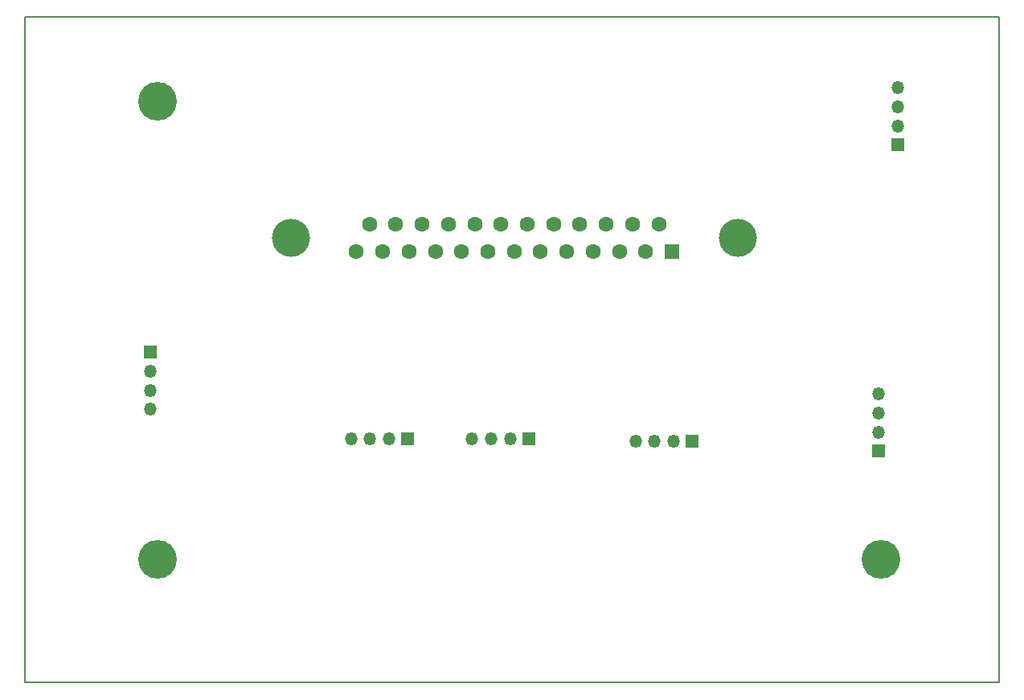
<source format=gbr>
G04 #@! TF.GenerationSoftware,KiCad,Pcbnew,5.0.1-33cea8e~68~ubuntu16.04.1*
G04 #@! TF.CreationDate,2018-11-08T21:42:09-02:00*
G04 #@! TF.ProjectId,Placa do elevador 2 - macho,506C61636120646F20656C657661646F,rev?*
G04 #@! TF.SameCoordinates,Original*
G04 #@! TF.FileFunction,Copper,L1,Top,Signal*
G04 #@! TF.FilePolarity,Positive*
%FSLAX46Y46*%
G04 Gerber Fmt 4.6, Leading zero omitted, Abs format (unit mm)*
G04 Created by KiCad (PCBNEW 5.0.1-33cea8e~68~ubuntu16.04.1) date Qui 08 Nov 2018 21:42:09 -02*
%MOMM*%
%LPD*%
G01*
G04 APERTURE LIST*
G04 #@! TA.AperFunction,NonConductor*
%ADD10C,0.150000*%
G04 #@! TD*
G04 #@! TA.AperFunction,ComponentPad*
%ADD11C,4.064000*%
G04 #@! TD*
G04 #@! TA.AperFunction,ComponentPad*
%ADD12C,4.000000*%
G04 #@! TD*
G04 #@! TA.AperFunction,ComponentPad*
%ADD13C,1.600000*%
G04 #@! TD*
G04 #@! TA.AperFunction,ComponentPad*
%ADD14R,1.600000X1.600000*%
G04 #@! TD*
G04 #@! TA.AperFunction,ComponentPad*
%ADD15O,1.350000X1.350000*%
G04 #@! TD*
G04 #@! TA.AperFunction,ComponentPad*
%ADD16R,1.350000X1.350000*%
G04 #@! TD*
G04 APERTURE END LIST*
D10*
X100330000Y-106934000D02*
X202946000Y-106934000D01*
X100330000Y-36830000D02*
X100330000Y-106934000D01*
X202946000Y-94742000D02*
X202946000Y-106934000D01*
X202946000Y-36830000D02*
X202946000Y-94742000D01*
X100330000Y-36830000D02*
X202946000Y-36830000D01*
D11*
G04 #@! TO.P,REF\002A\002A,1*
G04 #@! TO.N,N/C*
X114300000Y-45720000D03*
G04 #@! TD*
G04 #@! TO.P,REF\002A\002A,1*
G04 #@! TO.N,N/C*
X114300000Y-93980000D03*
G04 #@! TD*
D12*
G04 #@! TO.P,J1,0*
G04 #@! TO.N,N/C*
X128293001Y-60068339D03*
X175393001Y-60068339D03*
D13*
G04 #@! TO.P,J1,25*
G04 #@! TO.N,GND*
X136608001Y-58648339D03*
G04 #@! TO.P,J1,24*
G04 #@! TO.N,Net-(J1-Pad24)*
X139378001Y-58648339D03*
G04 #@! TO.P,J1,23*
G04 #@! TO.N,+12V*
X142148001Y-58648339D03*
G04 #@! TO.P,J1,22*
G04 #@! TO.N,+5VA*
X144918001Y-58648339D03*
G04 #@! TO.P,J1,21*
G04 #@! TO.N,+5V*
X147688001Y-58648339D03*
G04 #@! TO.P,J1,20*
G04 #@! TO.N,M2*
X150458001Y-58648339D03*
G04 #@! TO.P,J1,19*
G04 #@! TO.N,Sensor*
X153228001Y-58648339D03*
G04 #@! TO.P,J1,18*
G04 #@! TO.N,LC*
X155998001Y-58648339D03*
G04 #@! TO.P,J1,17*
G04 #@! TO.N,Net-(J1-Pad17)*
X158768001Y-58648339D03*
G04 #@! TO.P,J1,16*
G04 #@! TO.N,B5*
X161538001Y-58648339D03*
G04 #@! TO.P,J1,15*
G04 #@! TO.N,B3*
X164308001Y-58648339D03*
G04 #@! TO.P,J1,14*
G04 #@! TO.N,B6*
X167078001Y-58648339D03*
G04 #@! TO.P,J1,13*
G04 #@! TO.N,L1*
X135223001Y-61488339D03*
G04 #@! TO.P,J1,12*
G04 #@! TO.N,L3*
X137993001Y-61488339D03*
G04 #@! TO.P,J1,11*
G04 #@! TO.N,L5*
X140763001Y-61488339D03*
G04 #@! TO.P,J1,10*
G04 #@! TO.N,L2*
X143533001Y-61488339D03*
G04 #@! TO.P,J1,9*
G04 #@! TO.N,M1*
X146303001Y-61488339D03*
G04 #@! TO.P,J1,8*
G04 #@! TO.N,L6*
X149073001Y-61488339D03*
G04 #@! TO.P,J1,7*
G04 #@! TO.N,L4*
X151843001Y-61488339D03*
G04 #@! TO.P,J1,6*
G04 #@! TO.N,Net-(J1-Pad6)*
X154613001Y-61488339D03*
G04 #@! TO.P,J1,5*
G04 #@! TO.N,Net-(J1-Pad5)*
X157383001Y-61488339D03*
G04 #@! TO.P,J1,4*
G04 #@! TO.N,B1*
X160153001Y-61488339D03*
G04 #@! TO.P,J1,3*
G04 #@! TO.N,B4*
X162923001Y-61488339D03*
G04 #@! TO.P,J1,2*
G04 #@! TO.N,B2*
X165693001Y-61488339D03*
D14*
G04 #@! TO.P,J1,1*
G04 #@! TO.N,Net-(J1-Pad1)*
X168463001Y-61488339D03*
G04 #@! TD*
D15*
G04 #@! TO.P,J2,4*
G04 #@! TO.N,GND*
X113538000Y-78136000D03*
G04 #@! TO.P,J2,3*
G04 #@! TO.N,+12V*
X113538000Y-76136000D03*
G04 #@! TO.P,J2,2*
G04 #@! TO.N,+5VA*
X113538000Y-74136000D03*
D16*
G04 #@! TO.P,J2,1*
G04 #@! TO.N,+5V*
X113538000Y-72136000D03*
G04 #@! TD*
G04 #@! TO.P,J3,1*
G04 #@! TO.N,B6*
X190246000Y-82550000D03*
D15*
G04 #@! TO.P,J3,2*
G04 #@! TO.N,B3*
X190246000Y-80550000D03*
G04 #@! TO.P,J3,3*
G04 #@! TO.N,B5*
X190246000Y-78550000D03*
G04 #@! TO.P,J3,4*
G04 #@! TO.N,Net-(J3-Pad4)*
X190246000Y-76550000D03*
G04 #@! TD*
G04 #@! TO.P,J4,4*
G04 #@! TO.N,Net-(J4-Pad4)*
X164624000Y-81534000D03*
G04 #@! TO.P,J4,3*
G04 #@! TO.N,B1*
X166624000Y-81534000D03*
G04 #@! TO.P,J4,2*
G04 #@! TO.N,B4*
X168624000Y-81534000D03*
D16*
G04 #@! TO.P,J4,1*
G04 #@! TO.N,B2*
X170624000Y-81534000D03*
G04 #@! TD*
G04 #@! TO.P,J5,1*
G04 #@! TO.N,LC*
X192278000Y-50292000D03*
D15*
G04 #@! TO.P,J5,2*
G04 #@! TO.N,Sensor*
X192278000Y-48292000D03*
G04 #@! TO.P,J5,3*
G04 #@! TO.N,M2*
X192278000Y-46292000D03*
G04 #@! TO.P,J5,4*
G04 #@! TO.N,Net-(J5-Pad4)*
X192278000Y-44292000D03*
G04 #@! TD*
G04 #@! TO.P,J6,4*
G04 #@! TO.N,L1*
X134652000Y-81280000D03*
G04 #@! TO.P,J6,3*
G04 #@! TO.N,L3*
X136652000Y-81280000D03*
G04 #@! TO.P,J6,2*
G04 #@! TO.N,L5*
X138652000Y-81280000D03*
D16*
G04 #@! TO.P,J6,1*
G04 #@! TO.N,L2*
X140652000Y-81280000D03*
G04 #@! TD*
G04 #@! TO.P,J7,1*
G04 #@! TO.N,L4*
X153416000Y-81280000D03*
D15*
G04 #@! TO.P,J7,2*
G04 #@! TO.N,L6*
X151416000Y-81280000D03*
G04 #@! TO.P,J7,3*
G04 #@! TO.N,M1*
X149416000Y-81280000D03*
G04 #@! TO.P,J7,4*
G04 #@! TO.N,Net-(J7-Pad4)*
X147416000Y-81280000D03*
G04 #@! TD*
D11*
G04 #@! TO.P,REF\002A\002A,1*
G04 #@! TO.N,N/C*
X190500000Y-93980000D03*
G04 #@! TD*
M02*

</source>
